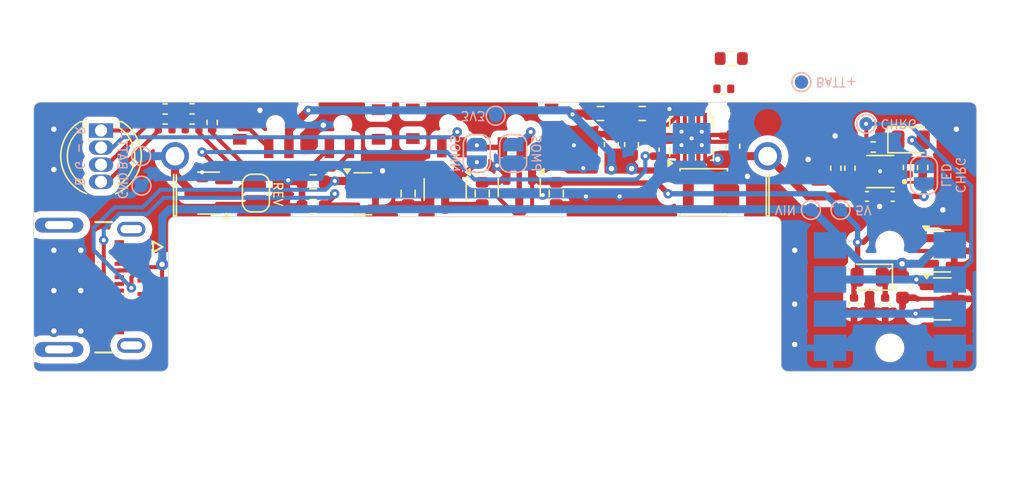
<source format=kicad_pcb>
(kicad_pcb (version 20240108) (generator "pcbnew") (generator_version "8.0")
  (layers (0 "F.Cu" signal) (31 "B.Cu" signal) (34 "B.Paste" user) (35 "F.Paste" user) (36 "B.SilkS" user "B.Silkscreen") (37 "F.SilkS" user "F.Silkscreen") (38 "B.Mask" user) (39 "F.Mask" user) (44 "Edge.Cuts" user))
  (net 0 "")
  (net 1 "+BATT")
  (net 2 "-BATT")
  (net 3 "GND")
  (net 4 "+5V")
  (net 5 "+3V3")
  (net 6 "VIN")
  (net 7 "CHARGE_STATUS")
  (net 8 "DATA2")
  (net 10 "Net-(D6-A)")
  (net 11 "Net-(D6-K)")
  (net 12 "Net-(D7-RA)")
  (net 13 "Net-(D7-BA)")
  (net 14 "Net-(D7-K)")
  (net 15 "Net-(D7-GA)")
  (net 16 "Net-(JP3-A)")
  (net 17 "VAUX")
  (net 18 "Net-(Q2-S)")
  (net 19 "Net-(R1-Pad2)")
  (net 20 "Net-(R1-Pad1)")
  (net 21 "Net-(U1-TS)")
  (net 22 "Net-(U1-VSET)")
  (net 23 "Net-(U1-ISET)")
  (net 24 "Net-(U1-TMR)")
  (net 25 "Net-(R8-Pad1)")
  (net 26 "Net-(R17-Pad1)")
  (net 27 "Net-(R9-Pad1)")
  (net 29 "Net-(JP6-A)")
  (net 30 "Net-(U3-L)")
  (net 31 "Net-(U3-FB)")
  (net 43 "/CC1")
  (net 47 "/CC2")
  (footprint "Resistor_SMD:R_0603_1608Metric" (layer "F.Cu") (at 146.3 94.775 -90)
    (property "Reference" "R18" (hide yes))
    (property "Value" "100k")
  )
  (footprint "Capacitor_SMD:C_0603_1608Metric" (layer "F.Cu") (at 161.38 91.144 90)
    (property "Reference" "C3" (hide yes))
    (property "Value" "47uF")
  )
  (footprint "Resistor_SMD:R_0603_1608Metric" (layer "F.Cu") (at 160.58 88.835)
    (property "Reference" "R10" (hide yes))
    (property "Value" "1M")
  )
  (footprint "Resistor_SMD:R_0603_1608Metric" (layer "F.Cu") (at 139.25 93.911)
    (property "Reference" "R12" (hide yes))
    (property "Value" "5.1k")
  )
  (footprint "Resistor_SMD:R_0402_1005Metric" (layer "F.Cu") (at 178.05 92.9 90)
    (property "Reference" "R5" (hide yes))
    (property "Value" "47k")
  )
  (footprint "Resistor_SMD:R_0402_1005Metric" (layer "F.Cu") (at 130.26 89.999999 180)
    (property "Reference" "R9" (hide yes))
    (property "Value" "100R")
  )
  (footprint "Capacitor_SMD:C_0603_1608Metric" (layer "F.Cu") (at 170.409 91.271001 90)
    (property "Reference" "C12" (hide yes))
    (property "Value" "10uF")
  )
  (footprint "Capacitor_SMD:C_0603_1608Metric" (layer "F.Cu") (at 183.005001 101.750001 -90)
    (property "Reference" "C8" (hide yes))
    (property "Value" "10uF")
  )
  (footprint "Package_TO_SOT_SMD:SOT-23" (layer "F.Cu") (at 142.9375 94.8)
    (property "Reference" "D2" (hide yes))
    (property "Value" "D_TVS_Dual_AAC")
  )
  (footprint "Capacitor_SMD:C_0402_1005Metric" (layer "F.Cu") (at 179.405001 103.02 -90)
    (property "Reference" "C10" (hide yes))
    (property "Value" "100nF")
  )
  (footprint "Package_SON:Texas_S-PVSON-N10_ThermalVias" (layer "F.Cu") (at 167.345 90.685 90)
    (property "Reference" "U3" (hide yes))
    (property "Value" "TPS61200DRC")
  )
  (footprint "Capacitor_SMD:C_0402_1005Metric" (layer "F.Cu") (at 164.566999 91.525 90)
    (property "Reference" "C13" (hide yes))
    (property "Value" "100nF")
  )
  (footprint "Capacitor_SMD:C_0402_1005Metric" (layer "F.Cu") (at 180.372001 94.998 180)
    (property "Reference" "C2" (hide yes))
    (property "Value" "1uF")
  )
  (footprint "Package_TO_SOT_SMD:SOT-23" (layer "F.Cu") (at 185.905 99.05)
    (property "Reference" "D4" (hide yes))
    (property "Value" "D_TVS_Dual_AAC")
  )
  (footprint "Landing-Light:MOLEX_2012670005" (layer "F.Cu") (at 118.618 101.75 -90)
    (property "Reference" "J2" (hide yes))
    (property "Value" "2012670005")
  )
  (footprint "Package_TO_SOT_SMD:SOT-23-3" (layer "F.Cu") (at 149.05 94.4875 -90)
    (property "Reference" "Q2" (hide yes))
    (property "Value" "NMOS")
  )
  (footprint "Package_TO_SOT_SMD:SOT-23" (layer "F.Cu") (at 154.55 94.337499 -90)
    (property "Reference" "Q4" (hide yes))
    (property "Value" "PMOS")
  )
  (footprint "Resistor_SMD:R_0402_1005Metric" (layer "F.Cu") (at 169.74 87)
    (property "Reference" "R4" (hide yes))
    (property "Value" "470k")
  )
  (footprint "Resistor_SMD:R_0603_1608Metric" (layer "F.Cu") (at 170.29 84.75)
    (property "Reference" "R3" (hide yes))
    (property "Value" "180k")
  )
  (footprint "Landing-Light:SSSS810201" (layer "F.Cu") (at 151.8 89.6 180)
    (property "Reference" "SW3" (hide yes))
    (property "Value" "SW_SPDT")
  )
  (footprint "Resistor_SMD:R_0603_1608Metric" (layer "F.Cu") (at 157.3 94.775 -90)
    (property "Reference" "R20" (hide yes))
    (property "Value" "100k")
  )
  (footprint "Diode_SMD:D_0805_2012Metric" (layer "F.Cu") (at 180.5675 101 180)
    (property "Reference" "FB1" (hide yes))
    (property "Value" "FerriteBead")
  )
  (footprint "Capacitor_SMD:C_0402_1005Metric" (layer "F.Cu") (at 182.277 94.997998)
    (property "Reference" "C1" (hide yes))
    (property "Value" "1uF")
  )
  (footprint "Resistor_SMD:R_0402_1005Metric" (layer "F.Cu") (at 179.1 92.9 90)
    (property "Reference" "R7" (hide yes))
    (property "Value" "27k")
  )
  (footprint "Inductor_SMD:L_Sunlord_SWPA3015S" (layer "F.Cu") (at 168.25 94.7 180)
    (property "Reference" "L2" (hide yes))
    (property "Value" "2.2uH")
  )
  (footprint "Resistor_SMD:R_0402_1005Metric" (layer "F.Cu") (at 183.448001 92.838999 90)
    (property "Reference" "R2" (hide yes))
    (property "Value" "10k")
  )
  (footprint "Resistor_SMD:R_0603_1608Metric" (layer "F.Cu") (at 163.68 88.835)
    (property "Reference" "R11" (hide yes))
    (property "Value" "180k")
  )
  (footprint "Resistor_SMD:R_0402_1005Metric" (layer "F.Cu") (at 130.26 88.489999 180)
    (property "Reference" "R1" (hide yes))
    (property "Value" "330R")
  )
  (footprint "Resistor_SMD:R_0603_1608Metric" (layer "F.Cu") (at 139.25 95.75 180)
    (property "Reference" "R15" (hide yes))
    (property "Value" "5.1k")
  )
  (footprint "LED_THT:LED_D5.0mm-4_RGB" (layer "F.Cu") (at 123.5 90.1 -90)
    (property "Reference" "D7" (hide yes))
    (property "Value" "LED_RKGB")
  )
  (footprint "Resistor_SMD:R_0603_1608Metric" (layer "F.Cu") (at 151.8 94.775 90)
    (property "Reference" "R19" (hide yes))
    (property "Value" "0R")
  )
  (footprint "Capacitor_SMD:C_0402_1005Metric" (layer "F.Cu") (at 181.715001 103.02 90)
    (property "Reference" "C9" (hide yes))
    (property "Value" "1uF")
  )
  (footprint "Resistor_SMD:R_0402_1005Metric" (layer "F.Cu") (at 180.8285 91.328501 180)
    (property "Reference" "R16" (hide yes))
    (property "Value" "330R")
  )
  (footprint "Capacitor_SMD:C_0603_1608Metric" (layer "F.Cu") (at 162.885001 91.144 90)
    (property "Reference" "C11" (hide yes))
    (property "Value" "10uF")
  )
  (footprint "Package_TO_SOT_SMD:SOT-23-3" (layer "F.Cu") (at 131.487499 94.75 180)
    (property "Reference" "Q3" (hide yes))
    (property "Value" "NMOS")
  )
  (footprint "Resistor_SMD:R_0402_1005Metric" (layer "F.Cu") (at 131.75 89.5 90)
    (property "Reference" "R8" (hide yes))
    (property "Value" "100R")
  )
  (footprint "Resistor_SMD:R_0402_1005Metric" (layer "F.Cu") (at 128.259999 90 180)
    (property "Reference" "R17" (hide yes))
    (property "Value" "100R")
  )
  (footprint "Package_TO_SOT_SMD:SOT-23" (layer "F.Cu") (at 185.955 102.6125)
    (property "Reference" "D3" (hide yes))
    (property "Value" "D_TVS_Dual_AAC")
  )
  (footprint "Resistor_SMD:R_0402_1005Metric" (layer "F.Cu") (at 128.259999 88.5 180)
    (property "Reference" "R13" (hide yes))
    (property "Value" "330R")
  )
  (footprint "Landing-Light:IC_BQ25172DSGR" (layer "F.Cu") (at 181.35 93.15 180)
    (property "Reference" "U1" (hide yes))
    (property "Value" "BQ25172DSGR")
  )
  (footprint "Landing-Light:AAA Side Mount" (layer "F.Cu") (at 150.9925 86.005)
    (property "Reference" "BT1" (hide yes))
    (property "Value" "Battery_Cell")
  )
  (footprint "Resistor_SMD:R_0402_1005Metric" (layer "F.Cu") (at 184.5 92.85 90)
    (property "Reference" "R6" (hide yes))
    (property "Value" "1.5k")
  )
  (footprint "Jumper:SolderJumper-2_P1.3mm_Open_RoundedPad1.0x1.5mm" (layer "F.Cu") (at 135 94.75 -90)
    (property "Reference" "JP5" (hide yes))
    (property "Value" "Jumper_2_Open")
  )
  (footprint "Landing-Light:SSSS812201" (layer "F.Cu") (at 138.95 89.65 180)
    (property "Reference" "SW2" (hide yes))
    (property "Value" "SW_SP3T")
  )
  (footprint "LED_SMD:LED_0805_2012Metric" (layer "F.Cu") (at 183.602248 90.794925)
    (property "Reference" "D6" (hide yes))
    (property "Value" "RED")
  )
  (footprint "Landing-Light:70AAJ-4-F1G" (layer "B.Cu") (at 182.0675 102.44 90)
    (property "Reference" "J1" (hide yes))
    (property "Value" "Conn_01x04")
  )
  (footprint "TestPoint:TestPoint_Pad_D1.0mm" (layer "B.Cu") (at 176.2 96 -90)
    (property "Reference" "TP7" (hide yes))
    (property "Value" "VIN")
  )
  (footprint "TestPoint:TestPoint_Pad_D1.0mm" (layer "B.Cu") (at 178.4 96 -90)
    (property "Reference" "TP2" (hide yes))
    (property "Value" "5V")
  )
  (footprint "TestPoint:TestPoint_Pad_D1.0mm" (layer "B.Cu") (at 126.5 94.2 180)
    (property "Reference" "TP3" (hide yes))
    (property "Value" "GND")
  )
  (footprint "Jumper:SolderJumper-2_P1.3mm_Open_RoundedPad1.0x1.5mm" (layer "B.Cu") (at 184.591001 93.427001 -90)
    (property "Reference" "JP2" (hide yes))
    (property "Value" "Jumper_2_Open")
  )
  (footprint "TestPoint:TestPoint_Pad_D1.0mm" (layer "B.Cu") (at 152.8 89)
    (property "Reference" "TP6" (hide yes))
    (property "Value" "+3V3")
  )
  (footprint "Jumper:SolderJumper-2_P1.3mm_Open_RoundedPad1.0x1.5mm" (layer "B.Cu") (at 151.4 91.8 90)
    (property "Reference" "JP3" (hide yes))
    (property "Value" "Jumper_2_Open")
  )
  (footprint "TestPoint:TestPoint_Pad_D1.0mm" (layer "B.Cu") (at 180.3 89.6 180)
    (property "Reference" "TP5" (hide yes))
    (property "Value" "STATUS")
  )
  (footprint "TestPoint:TestPoint_Pad_D1.0mm" (layer "B.Cu") (at 126.478809 92 180)
    (property "Reference" "TP4" (hide yes))
    (property "Value" "-BATT")
  )
  (footprint "TestPoint:TestPoint_Pad_D1.0mm" (layer "B.Cu") (at 175.5 86.5 180)
    (property "Reference" "TP1" (hide yes))
    (property "Value" "VCC")
  )
  (footprint "Jumper:SolderJumper-2_P1.3mm_Open_RoundedPad1.0x1.5mm" (layer "B.Cu") (at 154.1 91.8 -90)
    (property "Reference" "JP6" (hide yes))
    (property "Value" "Jumper_2_Open")
  )
  (gr_line (start 174 97) (end 174 107.5) (stroke (width 0.05)) (layer "Edge.Cuts"))
  (gr_line (start 118.5 88.5) (end 118.5 107.5) (stroke (width 0.05)) (layer "Edge.Cuts"))
  (gr_arc (start 128.5 97) (mid 128.646447 96.646447) (end 129 96.5) (stroke (width 0.05)) (layer "Edge.Cuts"))
  (gr_arc (start 188.5 107.5) (mid 188.353553 107.853553) (end 188 108) (stroke (width 0.05)) (layer "Edge.Cuts"))
  (gr_line (start 128.5 107.5) (end 128.5 97) (stroke (width 0.05)) (layer "Edge.Cuts"))
  (gr_line (start 119 108) (end 128 108) (stroke (width 0.05)) (layer "Edge.Cuts"))
  (gr_arc (start 188 88) (mid 188.353553 88.146447) (end 188.5 88.5) (stroke (width 0.05)) (layer "Edge.Cuts"))
  (gr_line (start 129 96.5) (end 173.5 96.5) (stroke (width 0.05)) (layer "Edge.Cuts"))
  (gr_arc (start 128.5 107.5) (mid 128.353553 107.853553) (end 128 108) (stroke (width 0.05)) (layer "Edge.Cuts"))
  (gr_arc (start 118.5 88.5) (mid 118.646447 88.146447) (end 119 88) (stroke (width 0.05)) (layer "Edge.Cuts"))
  (gr_arc (start 173.5 96.5) (mid 173.853553 96.646447) (end 174 97) (stroke (width 0.05)) (layer "Edge.Cuts"))
  (gr_arc (start 174.5 108) (mid 174.146447 107.853553) (end 174 107.5) (stroke (width 0.05)) (layer "Edge.Cuts"))
  (gr_line (start 188.5 107.5) (end 188.5 88.5) (stroke (width 0.05)) (layer "Edge.Cuts"))
  (gr_line (start 188 88) (end 119 88) (stroke (width 0.05)) (layer "Edge.Cuts"))
  (gr_arc (start 119 108) (mid 118.646447 107.853553) (end 118.5 107.5) (stroke (width 0.05)) (layer "Edge.Cuts"))
  (gr_line (start 174.5 108) (end 188 108) (stroke (width 0.05)) (layer "Edge.Cuts"))
  (gr_text "CHRG" (at 181.3 89.6 180) (layer "B.SilkS") (effects (font (size 0.66 0.66) (thickness 0.1)) (justify left mirror)))
  (gr_text "GND" (at 124.7032 94.199998 -90) (layer "B.SilkS") (effects (font (size 0.66 0.66) (thickness 0.1)) (justify bottom mirror)))
  (gr_text "5V" (at 180.762286 95.999999 180) (layer "B.SilkS") (effects (font (size 0.66 0.66) (thickness 0.1)) (justify right mirror)))
  (gr_text "NMOS" (at 150.15 91.8 270) (layer "B.SilkS") (effects (font (size 0.66 0.66) (thickness 0.1)) (justify top mirror)))
  (gr_text "VIN" (at 173.460571 96 180) (layer "B.SilkS") (effects (font (size 0.66 0.66) (thickness 0.1)) (justify left mirror)))
  (gr_text "B" (at 122.3 93.9 270) (layer "B.SilkS") (effects (font (size 0.66 0.66) (thickness 0.1)) (justify top mirror)))
  (gr_text "PMOS" (at 155.4 91.8 -90) (layer "B.SilkS") (effects (font (size 0.66 0.66) (thickness 0.1)) (justify bottom mirror)))
  (gr_text "-" (at 122.3 91.4 270) (layer "B.SilkS") (effects (font (size 0.66 0.66) (thickness 0.1)) (justify top mirror)))
  (gr_text "CHRG\nLED" (at 185.841001 93.427001 270) (layer "B.SilkS") (effects (font (size 0.66 0.66) (thickness 0.1)) (justify bottom mirror)))
  (gr_text "BATT+" (at 176.5 86.5 180) (layer "B.SilkS") (effects (font (size 0.66 0.66) (thickness 0.1)) (justify left mirror)))
  (gr_text "R" (at 122.3 90.1 270) (layer "B.SilkS") (effects (font (size 0.66 0.66) (thickness 0.1)) (justify top mirror)))
  (gr_text "G" (at 122.3 92.7 270) (layer "B.SilkS") (effects (font (size 0.66 0.66) (thickness 0.1)) (justify top mirror)))
  (gr_text "3V3" (at 152.1 89 180) (layer "B.SilkS") (effects (font (size 0.66 0.66) (thickness 0.1)) (justify right mirror)))
  (gr_text "BATT-" (at 124.682009 91.5 270) (layer "B.SilkS") (effects (font (size 0.66 0.66) (thickness 0.1)) (justify bottom mirror)))
  (gr_text "REV" (at 137.016688 94.818286 -90) (layer "F.SilkS") (effects (font (size 0.66 0.66) (thickness 0.1)) (justify top)))
  (segment (start 172.9925 92.005) (end 170.450001 92.005) (width 0.6) (layer "F.Cu") (net 1))
  (segment (start 175.9855 94.998) (end 179.892001 94.998) (width 0.6) (layer "F.Cu") (net 1))
  (segment (start 179.892001 94.408001) (end 179.892 94.997999) (width 0.3) (layer "F.Cu") (net 1))
  (segment (start 180.4 93.900001) (end 179.892001 94.408001) (width 0.3) (layer "F.Cu") (net 1))
  (segment (start 179.868 95.022) (end 179.892 94.998) (width 0.4) (layer "F.Cu") (net 1))
  (segment (start 172.9925 92.005) (end 175.9855 94.998) (width 0.6) (layer "F.Cu") (net 1))
  (segment (start 170.450001 92.005) (end 170.409 92.046001) (width 0.6) (layer "F.Cu") (net 1))
  (via (at 169.28 92.235) (size 0.9) (drill 0.4) (layers "F.Cu" "B.Cu") (net 1))
  (segment (start 134.335819 94.100001) (end 135 94.100001) (width 0.6) (layer "F.Cu") (net 2))
  (segment (start 133.68582 94.75) (end 134.335819 94.100001) (width 0.6) (layer "F.Cu") (net 2))
  (segment (start 130.349999 94.75) (end 133.68582 94.75) (width 0.6) (layer "F.Cu") (net 2))
  (segment (start 128.9925 93.392501) (end 130.349999 94.75) (width 0.6) (layer "F.Cu") (net 2))
  (segment (start 128.9925 92.005) (end 128.9925 93.392501) (width 0.6) (layer "F.Cu") (net 2))
  (segment (start 126.483809 92.005) (end 126.478809 92) (width 0.6) (layer "B.Cu") (net 2))
  (segment (start 128.9925 92.005) (end 126.483809 92.005) (width 0.6) (layer "B.Cu") (net 2))
  (segment (start 181.797 94.997998) (end 181.797 95.253) (width 0.6) (layer "F.Cu") (net 3))
  (segment (start 161.38 90.369) (end 162.885001 90.369) (width 0.6) (layer "F.Cu") (net 3))
  (segment (start 181.35 93.118001) (end 181.341 93.127001) (width 0.3) (layer "F.Cu") (net 3))
  (segment (start 181.35 93.136001) (end 181.35 93.15) (width 0.3) (layer "F.Cu") (net 3))
  (segment (start 181.796999 94.997998) (end 180.852 94.997999) (width 0.4) (layer "F.Cu") (net 3))
  (segment (start 165.795 90.435) (end 163.78 90.435) (width 0.3) (layer "F.Cu") (net 3))
  (segment (start 169.970001 90.935) (end 170.409 90.496001) (width 0.3) (layer "F.Cu") (net 3))
  (segment (start 181.797 95.253) (end 181.3 95.75) (width 0.6) (layer "F.Cu") (net 3))
  (segment (start 163.78 90.435) (end 162.951001 90.435) (width 0.3) (layer "F.Cu") (net 3))
  (segment (start 182.3 92.399998) (end 183.377002 92.399999) (width 0.2) (layer "F.Cu") (net 3))
  (segment (start 164.505 88.835) (end 165.365 88.835) (width 0.3) (layer "F.Cu") (net 3))
  (segment (start 127.75 104.75) (end 127.8 104.8) (width 0.3) (layer "F.Cu") (net 3))
  (segment (start 165.8 88.4) (end 165.7 88.5) (width 0.3) (layer "F.Cu") (net 3))
  (segment (start 126.558 104.75) (end 127.75 104.75) (width 0.3) (layer "F.Cu") (net 3))
  (segment (start 170.347999 90.435) (end 170.409 90.496001) (width 0.3) (layer "F.Cu") (net 3))
  (segment (start 153.6 93.399999) (end 152.9 92.7) (width 0.4) (layer "F.Cu") (net 3))
  (segment (start 166.845001 88.925) (end 166.845001 88.445001) (width 0.3) (layer "F.Cu") (net 3))
  (segment (start 163.956999 90.435) (end 163.78 90.435) (width 0.3) (layer "F.Cu") (net 3))
  (segment (start 124.908 104.75) (end 124.858 104.8) (width 0.3) (layer "F.Cu") (net 3))
  (segment (start 183.377002 92.399999) (end 183.448001 92.329) (width 0.2) (layer "F.Cu") (net 3))
  (segment (start 127.65 98.75) (end 127.7 98.7) (width 0.3) (layer "F.Cu") (net 3))
  (segment (start 168.895 90.935) (end 169.970001 90.935) (width 0.3) (layer "F.Cu") (net 3))
  (segment (start 126.558 104.75) (end 124.908 104.75) (width 0.3) (layer "F.Cu") (net 3))
  (segment (start 166.845 89.21) (end 166.845 89.935001) (width 0.3) (layer "F.Cu") (net 3))
  (segment (start 153.049999 93.95) (end 153.6 93.399999) (width 0.4) (layer "F.Cu") (net 3))
  (segment (start 181.35 94.500001) (end 181.35 93.15) (width 0.6) (layer "F.Cu") (net 3))
  (segment (start 181.797 94.997998) (end 181.35 94.550998) (width 0.6) (layer "F.Cu") (net 3))
  (segment (start 181.341 93.127001) (end 181.35 93.136001) (width 0.3) (layer "F.Cu") (net 3))
  (segment (start 164.566999 91.045) (end 163.956999 90.435) (width 0.3) (layer "F.Cu") (net 3))
  (segment (start 126.558 98.75) (end 124.908 98.75) (width 0.3) (layer "F.Cu") (net 3))
  (segment (start 166.845 89.935001) (end 166.594999 90.185) (width 0.3) (layer "F.Cu") (net 3))
  (segment (start 164.676999 90.935) (end 164.566999 91.045) (width 0.3) (layer "F.Cu") (net 3))
  (segment (start 182.3 92.4) (end 181.957928 92.4) (width 0.3) (layer "F.Cu") (net 3))
  (segment (start 166.845001 88.445001) (end 166.8 88.4) (width 0.3) (layer "F.Cu") (net 3))
  (segment (start 167.845 92.16) (end 167.845 91.27) (width 0.3) (layer "F.Cu") (net 3))
  (segment (start 134.7 95.699999) (end 135 95.399999) (width 0.6) (layer "F.Cu") (net 3))
  (segment (start 162.951001 90.435) (end 162.885001 90.369) (width 0.3) (layer "F.Cu") (net 3))
  (segment (start 167.845 91.27) (end 167.98 91.135) (width 0.3) (layer "F.Cu") (net 3))
  (segment (start 165.365 88.835) (end 165.7 88.5) (width 0.3) (layer "F.Cu") (net 3))
  (segment (start 126.558 98.75) (end 127.65 98.75) (width 0.3) (layer "F.Cu") (net 3))
  (segment (start 181.35 93.007928) (end 181.35 93.118001) (width 0.3) (layer "F.Cu") (net 3))
  (segment (start 181.35 94.550998) (end 181.35 93.15) (width 0.6) (layer "F.Cu") (net 3))
  (segment (start 181.957928 92.4) (end 181.35 93.007928) (width 0.3) (layer "F.Cu") (net 3))
  (segment (start 166.8 88.4) (end 165.8 88.4) (width 0.3) (layer "F.Cu") (net 3))
  (segment (start 165.795 90.935) (end 164.676999 90.935) (width 0.3) (layer "F.Cu") (net 3))
  (segment (start 168.895 90.435) (end 170.347999 90.435) (width 0.3) (layer "F.Cu") (net 3))
  (segment (start 180.852001 94.998) (end 181.35 94.500001) (width 0.6) (layer "F.Cu") (net 3))
  (segment (start 151.8 93.95) (end 153.049999 93.95) (width 0.4) (layer "F.Cu") (net 3))
  (segment (start 132.624999 95.699999) (end 134.7 95.699999) (width 0.6) (layer "F.Cu") (net 3))
  (segment (start 124.908 98.75) (end 124.858 98.7) (width 0.3) (layer "F.Cu") (net 3))
  (via (at 131 93.2) (size 0.7) (drill 0.3) (layers "F.Cu" "B.Cu") (net 3))
  (via (at 120 93) (size 0.9) (drill 0.4) (layers "F.Cu" "B.Cu") (net 3))
  (via (at 162 95) (size 0.7) (drill 0.3) (layers "F.Cu" "B.Cu") (net 3))
  (via (at 158.6 91.2) (size 0.7) (drill 0.3) (layers "F.Cu" "B.Cu") (net 3))
  (via (at 137.4 93.8) (size 0.7) (drill 0.3) (layers "F.Cu" "B.Cu") (net 3))
  (via (at 122 105) (size 0.9) (drill 0.4) (layers "F.Cu" "B.Cu") (net 3))
  (via (at 122 102) (size 0.9) (drill 0.4) (layers "F.Cu" "B.Cu") (net 3))
  (via (at 178 90.5) (size 0.9) (drill 0.4) (layers "F.Cu" "B.Cu") (net 3))
  (via (at 120 99) (size 0.9) (drill 0.4) (layers "F.Cu" "B.Cu") (net 3))
  (via (at 165.7 88.5) (size 0.7) (drill 0.3) (layers "F.Cu" "B.Cu") (net 3))
  (via (at 175 106) (size 0.9) (drill 0.4) (layers "F.Cu" "B.Cu") (net 3))
  (via (at 159.5 95) (size 0.7) (drill 0.3) (layers "F.Cu" "B.Cu") (net 3))
  (via (at 181.341 93.127001) (size 0.7) (drill 0.3) (layers "F.Cu" "B.Cu") (net 3))
  (via (at 144.4 93.1) (size 0.9) (drill 0.4) (layers "F.Cu" "B.Cu") (net 3))
  (via (at 175 103) (size 0.9) (drill 0.4) (layers "F.Cu" "B.Cu") (net 3))
  (via (at 176 92.25) (size 0.9) (drill 0.4) (layers "F.Cu" "B.Cu") (net 3))
  (via (at 120 102) (size 0.9) (drill 0.4) (layers "F.Cu" "B.Cu") (net 3))
  (via (at 171.5 93.5) (size 0.9) (drill 0.4) (layers "F.Cu" "B.Cu") (net 3))
  (via (at 152.9 92.7) (size 0.7) (drill 0.3) (layers "F.Cu" "B.Cu") (net 3))
  (via (at 120 105) (size 0.9) (drill 0.4) (layers "F.Cu" "B.Cu") (net 3))
  (via (at 135.3 88.6) (size 0.9) (drill 0.4) (layers "F.Cu" "B.Cu") (net 3))
  (via (at 140 89.7) (size 0.9) (drill 0.4) (layers "F.Cu" "B.Cu") (net 3))
  (via (at 122 99) (size 0.9) (drill 0.4) (layers "F.Cu" "B.Cu") (net 3))
  (via (at 175 99) (size 0.9) (drill 0.4) (layers "F.Cu" "B.Cu") (net 3))
  (via (at 159.3 92.9) (size 0.7) (drill 0.3) (layers "F.Cu" "B.Cu") (net 3))
  (via (at 181.3 95.75) (size 0.9) (drill 0.4) (layers "F.Cu" "B.Cu") (net 3))
  (via (at 187 90) (size 0.9) (drill 0.4) (layers "F.Cu" "B.Cu") (net 3))
  (via (at 156.3 94.9) (size 0.7) (drill 0.3) (layers "F.Cu" "B.Cu") (net 3))
  (via (at 120 90) (size 0.9) (drill 0.4) (layers "F.Cu" "B.Cu") (net 3))
  (via (at 186 96) (size 0.9) (drill 0.4) (layers "F.Cu" "B.Cu") (net 3))
  (segment (start 154.1 92.45) (end 153.15 92.45) (width 0.3) (layer "B.Cu") (net 3))
  (segment (start 153.15 92.45) (end 152.9 92.7) (width 0.3) (layer "B.Cu") (net 3))
  (segment (start 184.1925 104.875) (end 179.9425 104.875) (width 0.6) (layer "B.Cu") (net 3))
  (segment (start 185.5675 106.25) (end 184.1925 104.875) (width 0.6) (layer "B.Cu") (net 3))
  (segment (start 178.5675 106.25) (end 177.6225 106.25) (width 0.6) (layer "B.Cu") (net 3))
  (segment (start 186.5125 106.25) (end 185.5675 106.25) (width 0.6) (layer "B.Cu") (net 3))
  (segment (start 179.9425 104.875) (end 178.5675 106.25) (width 0.6) (layer "B.Cu") (net 3))
  (segment (start 153.9 96.003051) (end 153.9 96) (width 0.2) (layer "F.Cu") (net 4))
  (segment (start 184.6 95) (end 184.597998 94.997998) (width 0.4) (layer "F.Cu") (net 4))
  (segment (start 155.201526 96.001526) (end 155.5 95.703052) (width 0.3) (layer "F.Cu") (net 4))
  (segment (start 180.1 98.4) (end 182.757 95.743) (width 0.4) (layer "F.Cu") (net 4))
  (segment (start 146.3 93.95) (end 147.5 93.95) (width 0.3) (layer "F.Cu") (net 4))
  (segment (start 157.3 93.95) (end 157.35 94) (width 0.4) (layer "F.Cu") (net 4))
  (segment (start 148.15 93.35) (end 148.1 93.35) (width 0.3) (layer "F.Cu") (net 4))
  (segment (start 182.757 95.743) (end 182.757 94.997998) (width 0.4) (layer "F.Cu") (net 4))
  (segment (start 153.9 96) (end 152.75 94.85) (width 0.3) (layer "F.Cu") (net 4))
  (segment (start 156.050001 93.95) (end 155.5 93.399999) (width 0.4) (layer "F.Cu") (net 4))
  (segment (start 154.209448 96.312499) (end 153.9 96.003051) (width 0.2) (layer "F.Cu") (net 4))
  (segment (start 179.6675 98.4) (end 179.6675 100.9625) (width 0.4) (layer "F.Cu") (net 4))
  (segment (start 155.201526 96.001526) (end 154.890553 96.312499) (width 0.2) (layer "F.Cu") (net 4))
  (segment (start 154.890553 96.312499) (end 154.209448 96.312499) (width 0.2) (layer "F.Cu") (net 4))
  (segment (start 184.597998 94.997998) (end 182.757 94.997998) (width 0.4) (layer "F.Cu") (net 4))
  (segment (start 147.5 93.95) (end 148.1 93.35) (width 0.3) (layer "F.Cu") (net 4))
  (segment (start 157.3 93.95) (end 156.050001 93.95) (width 0.4) (layer "F.Cu") (net 4))
  (segment (start 155.5 95.703052) (end 155.5 93.399999) (width 0.3) (layer "F.Cu") (net 4))
  (segment (start 179.405001 102.54) (end 179.405001 101.224998) (width 0.4) (layer "F.Cu") (net 4))
  (segment (start 179.6675 98.4) (end 180.1 98.4) (width 0.4) (layer "F.Cu") (net 4))
  (segment (start 182.3 93.900001) (end 182.757 94.357001) (width 0.3) (layer "F.Cu") (net 4))
  (segment (start 164.8 94) (end 165.6 94.8) (width 0.4) (layer "F.Cu") (net 4))
  (segment (start 152.75 94.85) (end 149.65 94.85) (width 0.3) (layer "F.Cu") (net 4))
  (segment (start 179.405001 101.224998) (end 179.629999 101) (width 0.4) (layer "F.Cu") (net 4))
  (segment (start 157.35 94) (end 164.8 94) (width 0.4) (layer "F.Cu") (net 4))
  (segment (start 149.65 94.85) (end 148.15 93.35) (width 0.3) (layer "F.Cu") (net 4))
  (segment (start 182.757 94.357001) (end 182.757 94.997996) (width 0.3) (layer "F.Cu") (net 4))
  (segment (start 179.6675 100.9625) (end 179.63 101) (width 0.4) (layer "F.Cu") (net 4))
  (via (at 165.6 94.8) (size 0.7) (drill 0.3) (layers "F.Cu" "B.Cu") (net 4))
  (via (at 179.6675 98.4) (size 0.7) (drill 0.3) (layers "F.Cu" "B.Cu") (net 4))
  (via (at 184.6 95) (size 0.7) (drill 0.3) (layers "F.Cu" "B.Cu") (net 4))
  (segment (start 179.6675 97.2575) (end 177.21 94.8) (width 0.4) (layer "B.Cu") (net 4))
  (segment (start 177.21 94.8) (end 165.6 94.8) (width 0.4) (layer "B.Cu") (net 4))
  (segment (start 179.6675 98.4) (end 179.6675 97.2575) (width 0.4) (layer "B.Cu") (net 4))
  (segment (start 184.591001 94.991001) (end 184.591001 94.077001) (width 0.4) (layer "B.Cu") (net 4))
  (segment (start 184.6 95) (end 184.591001 94.991001) (width 0.4) (layer "B.Cu") (net 4))
  (segment (start 166.845001 92.769999) (end 166.614999 92.999999) (width 0.3) (layer "F.Cu") (net 5))
  (segment (start 158.565 88.835) (end 158.5 88.9) (width 0.6) (layer "F.Cu") (net 5))
  (segment (start 166.845001 92.445) (end 166.845001 92.769999) (width 0.3) (layer "F.Cu") (net 5))
  (segment (start 165.915 93) (end 165.88 93.035001) (width 0.3) (layer "F.Cu") (net 5))
  (segment (start 159.755 88.835) (end 158.565 88.835) (width 0.6) (layer "F.Cu") (net 5))
  (segment (start 137.45 90.05) (end 137.45 91.4) (width 0.6) (layer "F.Cu") (net 5))
  (segment (start 166.614999 92.999999) (end 165.915 93) (width 0.3) (layer "F.Cu") (net 5))
  (segment (start 138.9 88.6) (end 137.45 90.05) (width 0.6) (layer "F.Cu") (net 5))
  (via (at 138.9 88.6) (size 0.7) (drill 0.3) (layers "F.Cu" "B.Cu") (net 5))
  (via (at 158.5 88.9) (size 0.7) (drill 0.3) (layers "F.Cu" "B.Cu") (net 5))
  (via (at 161.395 92.935) (size 0.9) (drill 0.4) (layers "F.Cu" "B.Cu") (net 5))
  (via (at 162.895 92.935) (size 0.9) (drill 0.4) (layers "F.Cu" "B.Cu") (net 5))
  (segment (start 161.395 92.935) (end 161.395 91.795) (width 0.6) (layer "B.Cu") (net 5))
  (segment (start 161.395 91.795) (end 158.5 88.9) (width 0.6) (layer "B.Cu") (net 5))
  (segment (start 158.2 88.6) (end 138.9 88.6) (width 0.6) (layer "B.Cu") (net 5))
  (segment (start 158.5 88.9) (end 158.2 88.6) (width 0.6) (layer "B.Cu") (net 5))
  (segment (start 183.005001 100.042501) (end 182.9675 100.005) (width 0.6) (layer "F.Cu") (net 6))
  (segment (start 181.715001 101.21) (end 181.505001 101) (width 0.4) (layer "F.Cu") (net 6))
  (segment (start 183.005001 100.975001) (end 183.005001 100.042501) (width 0.6) (layer "F.Cu") (net 6))
  (segment (start 127.257 103.25) (end 126.558 103.25) (width 0.3) (layer "F.Cu") (net 6))
  (segment (start 125.557 100.5) (end 124.858 100.5) (width 0.3) (layer "F.Cu") (net 6))
  (segment (start 181.715001 102.54) (end 181.715001 101.21) (width 0.4) (layer "F.Cu") (net 6))
  (segment (start 126.558 103.25) (end 125.857 103.25) (width 0.3) (layer "F.Cu") (net 6))
  (segment (start 181.505001 101) (end 181.9725 101) (width 0.6) (layer "F.Cu") (net 6))
  (segment (start 125.807 100.25) (end 125.557 100.5) (width 0.3) (layer "F.Cu") (net 6))
  (segment (start 125.857 103.25) (end 125.607 103) (width 0.3) (layer "F.Cu") (net 6))
  (segment (start 128.0325 102.4745) (end 127.257 103.25) (width 0.3) (layer "F.Cu") (net 6))
  (segment (start 181.9725 101) (end 182.9675 100.005) (width 0.6) (layer "F.Cu") (net 6))
  (segment (start 127.8325 100.25) (end 128.0325 100.05) (width 0.3) (layer "F.Cu") (net 6))
  (segment (start 126.558 100.25) (end 125.807 100.25) (width 0.3) (layer "F.Cu") (net 6))
  (segment (start 128.0325 100.05) (end 128.0325 102.4745) (width 0.3) (layer "F.Cu") (net 6))
  (segment (start 184.9675 100) (end 182.9725 100) (width 0.6) (layer "F.Cu") (net 6))
  (segment (start 182.9725 100) (end 182.9675 100.005) (width 0.6) (layer "F.Cu") (net 6))
  (segment (start 125.607 103) (end 124.858 103) (width 0.3) (layer "F.Cu") (net 6))
  (segment (start 126.558 100.25) (end 127.8325 100.25) (width 0.3) (layer "F.Cu") (net 6))
  (via (at 128.0325 100.05) (size 0.9) (drill 0.4) (layers "F.Cu" "B.Cu") (net 6))
  (via (at 182.9675 100.005) (size 0.9) (drill 0.4) (layers "F.Cu" "B.Cu") (net 6))
  (segment (start 185.6875 98.63) (end 184.3125 100.005) (width 0.6) (layer "B.Cu") (net 6))
  (segment (start 128.05 96.509094) (end 128.609094 95.95) (width 0.6) (layer "B.Cu") (net 6))
  (segment (start 176.25 95.95) (end 178.055 97.755) (width 0.6) (layer "B.Cu") (net 6))
  (segment (start 128.609094 95.95) (end 176.25 95.95) (width 0.6) (layer "B.Cu") (net 6))
  (segment (start 178.055 97.755) (end 178.055 98.63) (width 0.6) (layer "B.Cu") (net 6))
  (segment (start 128.05 100.0325) (end 128.05 96.509094) (width 0.6) (layer "B.Cu") (net 6))
  (segment (start 179.9475 100.005) (end 178.5725 98.63) (width 0.6) (layer "B.Cu") (net 6))
  (segment (start 178.5725 98.63) (end 177.6225 98.63) (width 0.6) (layer "B.Cu") (net 6))
  (segment (start 186.5125 98.63) (end 185.6875 98.63) (width 0.6) (layer "B.Cu") (net 6))
  (segment (start 177.5925 98.6) (end 177.6225 98.63) (width 0.4) (layer "B.Cu") (net 6))
  (segment (start 184.3125 100.005) (end 182.9675 100.005) (width 0.6) (layer "B.Cu") (net 6))
  (segment (start 182.9675 100.005) (end 179.9475 100.005) (width 0.6) (layer "B.Cu") (net 6))
  (segment (start 128.0325 100.05) (end 128.05 100.0325) (width 0.6) (layer "B.Cu") (net 6))
  (segment (start 180.4 92.4) (end 180.4 91.410001) (width 0.3) (layer "F.Cu") (net 7))
  (segment (start 180.3185 89.6185) (end 180.3 89.6) (width 0.3) (layer "F.Cu") (net 7))
  (segment (start 180.4 91.410001) (end 180.3185 91.328501) (width 0.3) (layer "F.Cu") (net 7))
  (segment (start 185.0175 101.6625) (end 184.522501 101.6625) (width 0.4) (layer "F.Cu") (net 7))
  (segment (start 184.522501 101.6625) (end 184.030001 101.17) (width 0.4) (layer "F.Cu") (net 7))
  (segment (start 180.3185 91.328501) (end 180.3185 89.6185) (width 0.3) (layer "F.Cu") (net 7))
  (via (at 180.3 89.6) (size 0.7) (drill 0.3) (layers "F.Cu" "B.Cu") (net 7))
  (via (at 184.030001 101.17) (size 0.7) (drill 0.3) (layers "F.Cu" "B.Cu") (net 7))
  (segment (start 188.1 94.234803) (end 188.1 99.8075) (width 0.3) (layer "B.Cu") (net 7))
  (segment (start 180.3 89.6) (end 183.465197 89.6) (width 0.3) (layer "B.Cu") (net 7))
  (segment (start 183.465197 89.6) (end 188.1 94.234803) (width 0.3) (layer "B.Cu") (net 7))
  (segment (start 186.7375 101.17) (end 186.5125 101.17) (width 0.3) (layer "B.Cu") (net 7))
  (segment (start 188.1 99.8075) (end 186.7375 101.17) (width 0.3) (layer "B.Cu") (net 7))
  (segment (start 186.5125 101.17) (end 177.6225 101.17) (width 0.6) (layer "B.Cu") (net 7))
  (segment (start 184.115 103.5625) (end 183.9675 103.71) (width 0.4) (layer "F.Cu") (net 8))
  (segment (start 185.0175 103.5625) (end 184.115 103.5625) (width 0.4) (layer "F.Cu") (net 8))
  (via (at 183.9675 103.71) (size 0.7) (drill 0.3) (layers "F.Cu" "B.Cu") (net 8))
  (segment (start 177.6225 103.71) (end 183.9675 103.71) (width 0.6) (layer "B.Cu") (net 8))
  (segment (start 183.9675 103.71) (end 186.5125 103.71) (width 0.6) (layer "B.Cu") (net 8))
  (segment (start 183.702248 90.827001) (end 184.507672 90.827001) (width 0.4) (layer "F.Cu") (net 10))
  (segment (start 184.507672 90.827001) (end 184.539748 90.794925) (width 0.4) (layer "F.Cu") (net 10))
  (via (at 183.702248 90.827001) (size 0.7) (drill 0.3) (layers "F.Cu" "B.Cu") (net 10))
  (segment (start 184.591001 91.715754) (end 183.702248 90.827001) (width 0.4) (layer "B.Cu") (net 10))
  (segment (start 184.591001 92.777001) (end 184.591001 91.715754) (width 0.4) (layer "B.Cu") (net 10))
  (segment (start 182.131172 91.328501) (end 182.664748 90.794925) (width 0.4) (layer "F.Cu") (net 11))
  (segment (start 181.3385 91.328501) (end 182.131172 91.328501) (width 0.4) (layer "F.Cu") (net 11))
  (segment (start 125.5 90.1) (end 127.1 88.5) (width 0.3) (layer "F.Cu") (net 12))
  (segment (start 127.1 88.5) (end 127.75 88.5) (width 0.3) (layer "F.Cu") (net 12))
  (segment (start 123.5 90.1) (end 125.5 90.1) (width 0.3) (layer "F.Cu") (net 12))
  (segment (start 123.5 93.91) (end 123.97 93.91) (width 0.3) (layer "F.Cu") (net 13))
  (segment (start 123.97 93.91) (end 127.75 90.13) (width 0.3) (layer "F.Cu") (net 13))
  (segment (start 127.75 90.13) (end 127.75 90) (width 0.3) (layer "F.Cu") (net 13))
  (segment (start 153.3 91.35) (end 151.55 91.35) (width 0.4) (layer "F.Cu") (net 14))
  (segment (start 151.25 91.35) (end 150.3 91.35) (width 0.4) (layer "F.Cu") (net 14))
  (segment (start 151.55 91.35) (end 151.4 91.2) (width 0.4) (layer "F.Cu") (net 14))
  (segment (start 149.95 90.2) (end 149.95 91.35) (width 0.3) (layer "F.Cu") (net 14))
  (segment (start 151.4 91.2) (end 151.25 91.35) (width 0.4) (layer "F.Cu") (net 14))
  (via (at 149.95 90.2) (size 0.7) (drill 0.3) (layers "F.Cu" "B.Cu") (net 14))
  (via (at 151.4 91.2) (size 0.7) (drill 0.3) (layers "F.Cu" "B.Cu") (net 14))
  (segment (start 125.135 90.6) (end 124.365 91.37) (width 0.3) (layer "B.Cu") (net 14))
  (segment (start 124.365 91.37) (end 123.5 91.37) (width 0.3) (layer "B.Cu") (net 14))
  (segment (start 149.55 90.6) (end 125.135 90.6) (width 0.3) (layer "B.Cu") (net 14))
  (segment (start 149.95 90.2) (end 149.55 90.6) (width 0.3) (layer "B.Cu") (net 14))
  (segment (start 123.97 92.64) (end 123.5 92.64) (width 0.3) (layer "F.Cu") (net 15))
  (segment (start 127.28 89.33) (end 123.97 92.64) (width 0.3) (layer "F.Cu") (net 15))
  (segment (start 131.410001 89.33) (end 127.28 89.33) (width 0.3) (layer "F.Cu") (net 15))
  (segment (start 131.75 88.990001) (end 131.410001 89.33) (width 0.3) (layer "F.Cu") (net 15))
  (segment (start 150 93.35) (end 150.499999 93.35) (width 0.4) (layer "F.Cu") (net 16))
  (segment (start 150.499999 93.35) (end 151.4 92.449999) (width 0.4) (layer "F.Cu") (net 16))
  (via (at 151.4 92.449999) (size 0.7) (drill 0.3) (layers "F.Cu" "B.Cu") (net 16))
  (segment (start 132.624999 93.8) (end 132.624999 93.324999) (width 0.3) (layer "F.Cu") (net 17))
  (segment (start 164.561999 92) (end 164.566999 92.005) (width 0.3) (layer "F.Cu") (net 17))
  (segment (start 163.910001 92) (end 164.561999 92) (width 0.3) (layer "F.Cu") (net 17))
  (segment (start 166.190001 92.005) (end 166.345001 92.16) (width 0.3) (layer "F.Cu") (net 17))
  (segment (start 164.567 92.005) (end 166.190001 92.005) (width 0.3) (layer "F.Cu") (net 17))
  (segment (start 132.624999 93.324999) (end 131 91.7) (width 0.3) (layer "F.Cu") (net 17))
  (via (at 163.910001 92) (size 0.7) (drill 0.3) (layers "F.Cu" "B.Cu") (net 17))
  (via (at 131 91.7) (size 0.7) (drill 0.3) (layers "F.Cu" "B.Cu") (net 17))
  (segment (start 163.910001 93.089999) (end 163.910001 92) (width 0.3) (layer "B.Cu") (net 17))
  (segment (start 151.220411 93.735) (end 163.265 93.735) (width 0.3) (layer "B.Cu") (net 17))
  (segment (start 163.265 93.735) (end 163.910001 93.089999) (width 0.3) (layer "B.Cu") (net 17))
  (segment (start 131 91.7) (end 149.185411 91.7) (width 0.3) (layer "B.Cu") (net 17))
  (segment (start 149.185411 91.7) (end 151.220411 93.735) (width 0.3) (layer "B.Cu") (net 17))
  (segment (start 151.8 95.6) (end 149.075 95.6) (width 0.4) (layer "F.Cu") (net 18))
  (segment (start 149.075 95.6) (end 149.05 95.625) (width 0.4) (layer "F.Cu") (net 18))
  (segment (start 132.170001 88.370001) (end 133.8 90) (width 0.3) (layer "F.Cu") (net 20))
  (segment (start 130.769999 88.489999) (end 130.889997 88.370001) (width 0.3) (layer "F.Cu") (net 20))
  (segment (start 134.55 90) (end 135.95 91.4) (width 0.3) (layer "F.Cu") (net 20))
  (segment (start 133.8 90) (end 134.55 90) (width 0.3) (layer "F.Cu") (net 20))
  (segment (start 130.889997 88.370001) (end 132.170001 88.370001) (width 0.3) (layer "F.Cu") (net 20))
  (segment (start 182.3 92.900001) (end 182.999002 92.900001) (width 0.2) (layer "F.Cu") (net 21))
  (segment (start 182.999002 92.900001) (end 183.448 93.348999) (width 0.2) (layer "F.Cu") (net 21))
  (segment (start 179.468924 93.98) (end 178.62 93.98) (width 0.2) (layer "F.Cu") (net 22))
  (segment (start 180.048924 93.4) (end 179.468924 93.98) (width 0.2) (layer "F.Cu") (net 22))
  (segment (start 180.4 93.4) (end 180.048924 93.4) (width 0.2) (layer "F.Cu") (net 22))
  (segment (start 178.62 93.98) (end 178.05 93.41) (width 0.2) (layer "F.Cu") (net 22))
  (segment (start 182.3 93.4) (end 182.57136 93.4) (width 0.2) (layer "F.Cu") (net 23))
  (segment (start 183.110078 93.95) (end 183.91 93.95) (width 0.2) (layer "F.Cu") (net 23))
  (segment (start 183.91 93.95) (end 184.5 93.36) (width 0.2) (layer "F.Cu") (net 23))
  (segment (start 182.57136 93.4) (end 182.828001 93.656641) (width 0.2) (layer "F.Cu") (net 23))
  (segment (start 182.828001 93.667923) (end 183.110078 93.95) (width 0.2) (layer "F.Cu") (net 23))
  (segment (start 182.828001 93.656641) (end 182.828001 93.667923) (width 0.2) (layer "F.Cu") (net 23))
  (segment (start 180.4 92.9) (end 179.61 92.9) (width 0.2) (layer "F.Cu") (net 24))
  (segment (start 179.61 92.9) (end 179.1 93.41) (width 0.2) (layer "F.Cu") (net 24))
  (segment (start 131.75 90.279998) (end 133.970002 92.5) (width 0.3) (layer "F.Cu") (net 25))
  (segment (start 133.970002 92.5) (end 139.35 92.5) (width 0.3) (layer "F.Cu") (net 25))
  (segment (start 131.75 90.009999) (end 131.75 90.279998) (width 0.3) (layer "F.Cu") (net 25))
  (segment (start 139.35 92.5) (end 140.45 91.4) (width 0.3) (layer "F.Cu") (net 25))
  (segment (start 141.95 91.8) (end 140.75 93) (width 0.3) (layer "F.Cu") (net 27))
  (segment (start 140.75 93) (end 133.5 93) (width 0.3) (layer "F.Cu") (net 27))
  (segment (start 130.769999 90.269999) (end 130.769999 89.999999) (width 0.3) (layer "F.Cu") (net 27))
  (segment (start 141.95 91.4) (end 141.95 91.8) (width 0.3) (layer "F.Cu") (net 27))
  (segment (start 133.5 93) (end 130.769999 90.269999) (width 0.3) (layer "F.Cu") (net 27))
  (segment (start 154.55 91.6) (end 154.8 91.35) (width 0.4) (layer "F.Cu") (net 29))
  (segment (start 155.4 90.2) (end 155.4 90.75) (width 0.4) (layer "F.Cu") (net 29))
  (segment (start 155.4 90.75) (end 154.8 91.35) (width 0.4) (layer "F.Cu") (net 29))
  (segment (start 154.55 95.275) (end 154.55 91.6) (width 0.4) (layer "F.Cu") (net 29))
  (via (at 155.4 90.2) (size 0.7) (drill 0.3) (layers "F.Cu" "B.Cu") (net 29))
  (segment (start 155.4 90.2) (end 154.449999 91.150001) (width 0.4) (layer "B.Cu") (net 29))
  (segment (start 154.449999 91.150001) (end 154 91.150001) (width 0.4) (layer "B.Cu") (net 29))
  (segment (start 167.344999 94.455) (end 167.1 94.7) (width 0.3) (layer "F.Cu") (net 30))
  (segment (start 167.344999 92.16) (end 167.344999 94.455) (width 0.3) (layer "F.Cu") (net 30))
  (segment (start 162.855 88.835) (end 161.405 88.835) (width 0.3) (layer "F.Cu") (net 31))
  (segment (start 166.345 88.925) (end 165.61 89.66) (width 0.3) (layer "F.Cu") (net 31))
  (segment (start 165.61 89.66) (end 163.68 89.66) (width 0.3) (layer "F.Cu") (net 31))
  (segment (start 163.68 89.66) (end 162.855 88.835) (width 0.3) (layer "F.Cu") (net 31))
  (segment (start 166.345 89.21) (end 166.345 89.205) (width 0.3) (layer "F.Cu") (net 31))
  (segment (start 142 93.85) (end 140.85 93.85) (width 0.6) (layer "F.Cu") (net 43))
  (segment (start 125.753718 101.789895) (end 125.754706 101.790883) (width 0.3) (layer "F.Cu") (net 43))
  (segment (start 140.136 93.85) (end 140.075 93.911) (width 0.6) (layer "F.Cu") (net 43))
  (segment (start 126.558 100.75) (end 126.014107 100.75) (width 0.3) (layer "F.Cu") (net 43))
  (segment (start 125.753718 101.010389) (end 125.753718 101.789895) (width 0.3) (layer "F.Cu") (net 43))
  (segment (start 140.85 93.85) (end 140.136 93.85) (width 0.6) (layer "F.Cu") (net 43))
  (segment (start 126.014107 100.75) (end 125.753718 101.010389) (width 0.3) (layer "F.Cu") (net 43))
  (via (at 140.85 93.85) (size 0.7) (drill 0.3) (layers "F.Cu" "B.Cu") (net 43))
  (via (at 125.754706 101.790883) (size 0.7) (drill 0.3) (layers "F.Cu" "B.Cu") (net 43))
  (segment (start 124.5 95.8) (end 126.6 95.8) (width 0.3) (layer "B.Cu") (net 43))
  (segment (start 122.95 98.986177) (end 122.95 97.35) (width 0.3) (layer "B.Cu") (net 43))
  (segment (start 140.81005 93.85) (end 140.85 93.85) (width 0.3) (layer "B.Cu") (net 43))
  (segment (start 140.16005 94.5) (end 140.81005 93.85) (width 0.3) (layer "B.Cu") (net 43))
  (segment (start 127.9 94.5) (end 140.16005 94.5) (width 0.3) (layer "B.Cu") (net 43))
  (segment (start 126.6 95.8) (end 127.9 94.5) (width 0.3) (layer "B.Cu") (net 43))
  (segment (start 125.754706 101.790883) (end 122.95 98.986177) (width 0.3) (layer "B.Cu") (net 43))
  (segment (start 122.95 97.35) (end 124.5 95.8) (width 0.3) (layer "B.Cu") (net 43))
  (segment (start 124.159 102.5) (end 123.7 102.041) (width 0.3) (layer "F.Cu") (net 47))
  (segment (start 124.858 102.5) (end 124.159 102.5) (width 0.3) (layer "F.Cu") (net 47))
  (segment (start 140.85 94.8) (end 140.85 94.975) (width 0.3) (layer "F.Cu") (net 47))
  (segment (start 123.7 102.041) (end 123.7 98.25) (width 0.3) (layer "F.Cu") (net 47))
  (segment (start 142 95.75) (end 140.075 95.75) (width 0.6) (layer "F.Cu") (net 47))
  (segment (start 140.85 94.975) (end 140.075 95.75) (width 0.3) (layer "F.Cu") (net 47))
  (via (at 123.7 98.25) (size 0.7) (drill 0.3) (layers "F.Cu" "B.Cu") (net 47))
  (via (at 140.85 94.8) (size 0.7) (drill 0.3) (layers "F.Cu" "B.Cu") (net 47))
  (segment (start 128.15 95.1) (end 140.55 95.1) (width 0.3) (layer "B.Cu") (net 47))
  (segment (start 123.7 97.45) (end 124.85 96.3) (width 0.3) (layer "B.Cu") (net 47))
  (segment (start 140.55 95.1) (end 140.85 94.8) (width 0.3) (layer "B.Cu") (net 47))
  (segment (start 123.7 98.25) (end 123.7 97.45) (width 0.3) (layer "B.Cu") (net 47))
  (segment (start 126.95 96.3) (end 128.15 95.1) (width 0.3) (layer "B.Cu") (net 47))
  (segment (start 124.85 96.3) (end 126.95 96.3) (width 0.3) (layer "B.Cu") (net 47))
  (zone (net 5) (net_name "+3V3") (layer "F.Cu") (priority 1) (connect_pads yes (clearance 0.5)) (min_thickness 0.25) (fill yes (thermal_gap 0.5) (thermal_bridge_width 0.5))
    (polygon (pts (xy 160.88 91.435001) (xy 163.38 91.435001) (xy 163.38 92.835) (xy 166.38 92.835) (xy 166.675 92.535) (xy 166.675 91.935) (xy 167.075001 91.935) (xy 167.075 92.835001) (xy 166.375 93.435) (xy 160.88 93.435)))
  )
  (zone (net 1) (net_name "+BATT") (layer "F.Cu") (priority 2) (connect_pads yes (clearance 0.5)) (min_thickness 0.25) (fill yes (thermal_gap 0.5) (thermal_bridge_width 0.5))
    (polygon (pts (xy 170.88 91.534999) (xy 169.88 91.535) (xy 168.48 91.735) (xy 168.18 91.735) (xy 168.18 92.635) (xy 168.979999 93.335) (xy 168.98 96.035) (xy 170.88 96.035)))
  )
  (zone (net 3) (net_name "GND") (layers "F&B.Cu") (connect_pads (clearance 0.5)) (min_thickness 0.25) (fill yes (thermal_gap 0.5) (thermal_bridge_width 0.5))
    (polygon (pts (xy 116 85) (xy 191 85) (xy 191 110) (xy 116 110)))
  )
)
</source>
